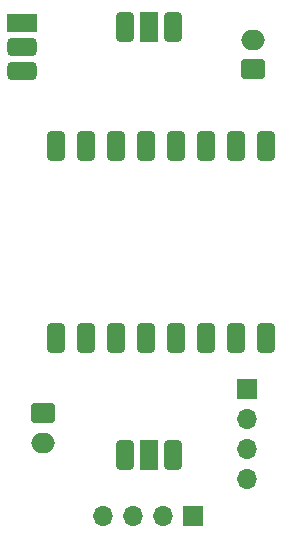
<source format=gbr>
%TF.GenerationSoftware,KiCad,Pcbnew,7.0.7*%
%TF.CreationDate,2024-04-17T16:10:54-05:00*%
%TF.ProjectId,OM-EPSC3-Micro,4f4d2d45-5053-4433-932d-4d6963726f2e,rev?*%
%TF.SameCoordinates,Original*%
%TF.FileFunction,Soldermask,Bot*%
%TF.FilePolarity,Negative*%
%FSLAX46Y46*%
G04 Gerber Fmt 4.6, Leading zero omitted, Abs format (unit mm)*
G04 Created by KiCad (PCBNEW 7.0.7) date 2024-04-17 16:10:54*
%MOMM*%
%LPD*%
G01*
G04 APERTURE LIST*
G04 Aperture macros list*
%AMRoundRect*
0 Rectangle with rounded corners*
0 $1 Rounding radius*
0 $2 $3 $4 $5 $6 $7 $8 $9 X,Y pos of 4 corners*
0 Add a 4 corners polygon primitive as box body*
4,1,4,$2,$3,$4,$5,$6,$7,$8,$9,$2,$3,0*
0 Add four circle primitives for the rounded corners*
1,1,$1+$1,$2,$3*
1,1,$1+$1,$4,$5*
1,1,$1+$1,$6,$7*
1,1,$1+$1,$8,$9*
0 Add four rect primitives between the rounded corners*
20,1,$1+$1,$2,$3,$4,$5,0*
20,1,$1+$1,$4,$5,$6,$7,0*
20,1,$1+$1,$6,$7,$8,$9,0*
20,1,$1+$1,$8,$9,$2,$3,0*%
G04 Aperture macros list end*
%ADD10RoundRect,0.381000X-0.381000X0.881000X-0.381000X-0.881000X0.381000X-0.881000X0.381000X0.881000X0*%
%ADD11R,1.524000X2.524000*%
%ADD12R,1.700000X1.700000*%
%ADD13O,1.700000X1.700000*%
%ADD14RoundRect,0.381000X0.381000X-0.881000X0.381000X0.881000X-0.381000X0.881000X-0.381000X-0.881000X0*%
%ADD15R,2.524000X1.524000*%
%ADD16RoundRect,0.381000X-0.881000X-0.381000X0.881000X-0.381000X0.881000X0.381000X-0.881000X0.381000X0*%
%ADD17RoundRect,0.250000X-0.750000X0.600000X-0.750000X-0.600000X0.750000X-0.600000X0.750000X0.600000X0*%
%ADD18O,2.000000X1.700000*%
%ADD19RoundRect,0.250000X0.750000X-0.600000X0.750000X0.600000X-0.750000X0.600000X-0.750000X-0.600000X0*%
G04 APERTURE END LIST*
D10*
%TO.C,H1*%
X224790000Y-99449000D03*
D11*
X222758000Y-99449000D03*
D10*
X220726000Y-99449000D03*
%TD*%
D12*
%TO.C,J3*%
X231013000Y-130048000D03*
D13*
X231013000Y-132588000D03*
X231013000Y-135128000D03*
X231013000Y-137668000D03*
%TD*%
D14*
%TO.C,H0*%
X220726000Y-135628000D03*
D11*
X222758000Y-135628000D03*
D14*
X224790000Y-135628000D03*
%TD*%
D12*
%TO.C,J4*%
X226441000Y-140843000D03*
D13*
X223901000Y-140843000D03*
X221361000Y-140843000D03*
X218821000Y-140843000D03*
%TD*%
D14*
%TO.C,U1*%
X232664000Y-125722000D03*
X230124000Y-125722000D03*
X227584000Y-125722000D03*
X225044000Y-125722000D03*
X222504000Y-125722000D03*
X214884000Y-109482000D03*
X217424000Y-109482000D03*
X219964000Y-109482000D03*
X222504000Y-109482000D03*
X225044000Y-109482000D03*
X227584000Y-109482000D03*
X230124000Y-109482000D03*
X232664000Y-109482000D03*
X214884000Y-125722000D03*
X217424000Y-125722000D03*
X219964000Y-125722000D03*
%TD*%
D15*
%TO.C,L0*%
X211971000Y-99060000D03*
D16*
X211971000Y-101092000D03*
X211971000Y-103124000D03*
%TD*%
D17*
%TO.C,J1*%
X213741000Y-132120000D03*
D18*
X213741000Y-134620000D03*
%TD*%
D19*
%TO.C,J2*%
X231521000Y-102997000D03*
D18*
X231521000Y-100497000D03*
%TD*%
M02*

</source>
